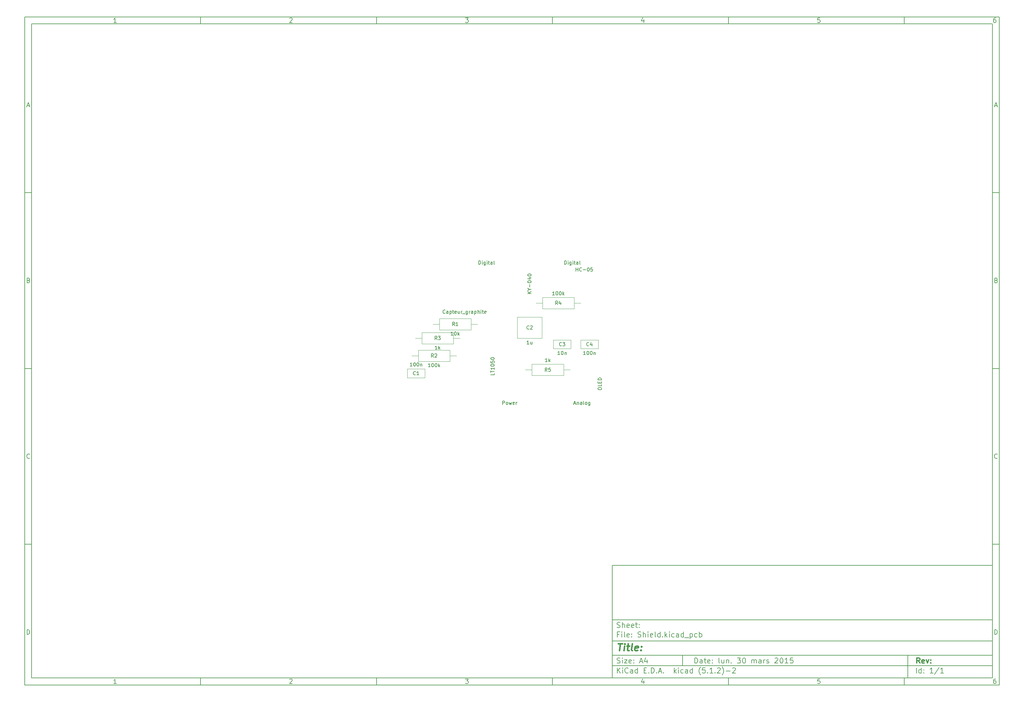
<source format=gbr>
G04 #@! TF.GenerationSoftware,KiCad,Pcbnew,(5.1.2)-2*
G04 #@! TF.CreationDate,2021-03-26T10:36:20+01:00*
G04 #@! TF.ProjectId,Shield,53686965-6c64-42e6-9b69-6361645f7063,rev?*
G04 #@! TF.SameCoordinates,Original*
G04 #@! TF.FileFunction,Other,Fab,Top*
%FSLAX46Y46*%
G04 Gerber Fmt 4.6, Leading zero omitted, Abs format (unit mm)*
G04 Created by KiCad (PCBNEW (5.1.2)-2) date 2021-03-26 10:36:20*
%MOMM*%
%LPD*%
G04 APERTURE LIST*
%ADD10C,0.100000*%
%ADD11C,0.150000*%
%ADD12C,0.300000*%
%ADD13C,0.400000*%
G04 APERTURE END LIST*
D10*
D11*
X177002200Y-166007200D02*
X177002200Y-198007200D01*
X285002200Y-198007200D01*
X285002200Y-166007200D01*
X177002200Y-166007200D01*
D10*
D11*
X10000000Y-10000000D02*
X10000000Y-200007200D01*
X287002200Y-200007200D01*
X287002200Y-10000000D01*
X10000000Y-10000000D01*
D10*
D11*
X12000000Y-12000000D02*
X12000000Y-198007200D01*
X285002200Y-198007200D01*
X285002200Y-12000000D01*
X12000000Y-12000000D01*
D10*
D11*
X60000000Y-12000000D02*
X60000000Y-10000000D01*
D10*
D11*
X110000000Y-12000000D02*
X110000000Y-10000000D01*
D10*
D11*
X160000000Y-12000000D02*
X160000000Y-10000000D01*
D10*
D11*
X210000000Y-12000000D02*
X210000000Y-10000000D01*
D10*
D11*
X260000000Y-12000000D02*
X260000000Y-10000000D01*
D10*
D11*
X36065476Y-11588095D02*
X35322619Y-11588095D01*
X35694047Y-11588095D02*
X35694047Y-10288095D01*
X35570238Y-10473809D01*
X35446428Y-10597619D01*
X35322619Y-10659523D01*
D10*
D11*
X85322619Y-10411904D02*
X85384523Y-10350000D01*
X85508333Y-10288095D01*
X85817857Y-10288095D01*
X85941666Y-10350000D01*
X86003571Y-10411904D01*
X86065476Y-10535714D01*
X86065476Y-10659523D01*
X86003571Y-10845238D01*
X85260714Y-11588095D01*
X86065476Y-11588095D01*
D10*
D11*
X135260714Y-10288095D02*
X136065476Y-10288095D01*
X135632142Y-10783333D01*
X135817857Y-10783333D01*
X135941666Y-10845238D01*
X136003571Y-10907142D01*
X136065476Y-11030952D01*
X136065476Y-11340476D01*
X136003571Y-11464285D01*
X135941666Y-11526190D01*
X135817857Y-11588095D01*
X135446428Y-11588095D01*
X135322619Y-11526190D01*
X135260714Y-11464285D01*
D10*
D11*
X185941666Y-10721428D02*
X185941666Y-11588095D01*
X185632142Y-10226190D02*
X185322619Y-11154761D01*
X186127380Y-11154761D01*
D10*
D11*
X236003571Y-10288095D02*
X235384523Y-10288095D01*
X235322619Y-10907142D01*
X235384523Y-10845238D01*
X235508333Y-10783333D01*
X235817857Y-10783333D01*
X235941666Y-10845238D01*
X236003571Y-10907142D01*
X236065476Y-11030952D01*
X236065476Y-11340476D01*
X236003571Y-11464285D01*
X235941666Y-11526190D01*
X235817857Y-11588095D01*
X235508333Y-11588095D01*
X235384523Y-11526190D01*
X235322619Y-11464285D01*
D10*
D11*
X285941666Y-10288095D02*
X285694047Y-10288095D01*
X285570238Y-10350000D01*
X285508333Y-10411904D01*
X285384523Y-10597619D01*
X285322619Y-10845238D01*
X285322619Y-11340476D01*
X285384523Y-11464285D01*
X285446428Y-11526190D01*
X285570238Y-11588095D01*
X285817857Y-11588095D01*
X285941666Y-11526190D01*
X286003571Y-11464285D01*
X286065476Y-11340476D01*
X286065476Y-11030952D01*
X286003571Y-10907142D01*
X285941666Y-10845238D01*
X285817857Y-10783333D01*
X285570238Y-10783333D01*
X285446428Y-10845238D01*
X285384523Y-10907142D01*
X285322619Y-11030952D01*
D10*
D11*
X60000000Y-198007200D02*
X60000000Y-200007200D01*
D10*
D11*
X110000000Y-198007200D02*
X110000000Y-200007200D01*
D10*
D11*
X160000000Y-198007200D02*
X160000000Y-200007200D01*
D10*
D11*
X210000000Y-198007200D02*
X210000000Y-200007200D01*
D10*
D11*
X260000000Y-198007200D02*
X260000000Y-200007200D01*
D10*
D11*
X36065476Y-199595295D02*
X35322619Y-199595295D01*
X35694047Y-199595295D02*
X35694047Y-198295295D01*
X35570238Y-198481009D01*
X35446428Y-198604819D01*
X35322619Y-198666723D01*
D10*
D11*
X85322619Y-198419104D02*
X85384523Y-198357200D01*
X85508333Y-198295295D01*
X85817857Y-198295295D01*
X85941666Y-198357200D01*
X86003571Y-198419104D01*
X86065476Y-198542914D01*
X86065476Y-198666723D01*
X86003571Y-198852438D01*
X85260714Y-199595295D01*
X86065476Y-199595295D01*
D10*
D11*
X135260714Y-198295295D02*
X136065476Y-198295295D01*
X135632142Y-198790533D01*
X135817857Y-198790533D01*
X135941666Y-198852438D01*
X136003571Y-198914342D01*
X136065476Y-199038152D01*
X136065476Y-199347676D01*
X136003571Y-199471485D01*
X135941666Y-199533390D01*
X135817857Y-199595295D01*
X135446428Y-199595295D01*
X135322619Y-199533390D01*
X135260714Y-199471485D01*
D10*
D11*
X185941666Y-198728628D02*
X185941666Y-199595295D01*
X185632142Y-198233390D02*
X185322619Y-199161961D01*
X186127380Y-199161961D01*
D10*
D11*
X236003571Y-198295295D02*
X235384523Y-198295295D01*
X235322619Y-198914342D01*
X235384523Y-198852438D01*
X235508333Y-198790533D01*
X235817857Y-198790533D01*
X235941666Y-198852438D01*
X236003571Y-198914342D01*
X236065476Y-199038152D01*
X236065476Y-199347676D01*
X236003571Y-199471485D01*
X235941666Y-199533390D01*
X235817857Y-199595295D01*
X235508333Y-199595295D01*
X235384523Y-199533390D01*
X235322619Y-199471485D01*
D10*
D11*
X285941666Y-198295295D02*
X285694047Y-198295295D01*
X285570238Y-198357200D01*
X285508333Y-198419104D01*
X285384523Y-198604819D01*
X285322619Y-198852438D01*
X285322619Y-199347676D01*
X285384523Y-199471485D01*
X285446428Y-199533390D01*
X285570238Y-199595295D01*
X285817857Y-199595295D01*
X285941666Y-199533390D01*
X286003571Y-199471485D01*
X286065476Y-199347676D01*
X286065476Y-199038152D01*
X286003571Y-198914342D01*
X285941666Y-198852438D01*
X285817857Y-198790533D01*
X285570238Y-198790533D01*
X285446428Y-198852438D01*
X285384523Y-198914342D01*
X285322619Y-199038152D01*
D10*
D11*
X10000000Y-60000000D02*
X12000000Y-60000000D01*
D10*
D11*
X10000000Y-110000000D02*
X12000000Y-110000000D01*
D10*
D11*
X10000000Y-160000000D02*
X12000000Y-160000000D01*
D10*
D11*
X10690476Y-35216666D02*
X11309523Y-35216666D01*
X10566666Y-35588095D02*
X11000000Y-34288095D01*
X11433333Y-35588095D01*
D10*
D11*
X11092857Y-84907142D02*
X11278571Y-84969047D01*
X11340476Y-85030952D01*
X11402380Y-85154761D01*
X11402380Y-85340476D01*
X11340476Y-85464285D01*
X11278571Y-85526190D01*
X11154761Y-85588095D01*
X10659523Y-85588095D01*
X10659523Y-84288095D01*
X11092857Y-84288095D01*
X11216666Y-84350000D01*
X11278571Y-84411904D01*
X11340476Y-84535714D01*
X11340476Y-84659523D01*
X11278571Y-84783333D01*
X11216666Y-84845238D01*
X11092857Y-84907142D01*
X10659523Y-84907142D01*
D10*
D11*
X11402380Y-135464285D02*
X11340476Y-135526190D01*
X11154761Y-135588095D01*
X11030952Y-135588095D01*
X10845238Y-135526190D01*
X10721428Y-135402380D01*
X10659523Y-135278571D01*
X10597619Y-135030952D01*
X10597619Y-134845238D01*
X10659523Y-134597619D01*
X10721428Y-134473809D01*
X10845238Y-134350000D01*
X11030952Y-134288095D01*
X11154761Y-134288095D01*
X11340476Y-134350000D01*
X11402380Y-134411904D01*
D10*
D11*
X10659523Y-185588095D02*
X10659523Y-184288095D01*
X10969047Y-184288095D01*
X11154761Y-184350000D01*
X11278571Y-184473809D01*
X11340476Y-184597619D01*
X11402380Y-184845238D01*
X11402380Y-185030952D01*
X11340476Y-185278571D01*
X11278571Y-185402380D01*
X11154761Y-185526190D01*
X10969047Y-185588095D01*
X10659523Y-185588095D01*
D10*
D11*
X287002200Y-60000000D02*
X285002200Y-60000000D01*
D10*
D11*
X287002200Y-110000000D02*
X285002200Y-110000000D01*
D10*
D11*
X287002200Y-160000000D02*
X285002200Y-160000000D01*
D10*
D11*
X285692676Y-35216666D02*
X286311723Y-35216666D01*
X285568866Y-35588095D02*
X286002200Y-34288095D01*
X286435533Y-35588095D01*
D10*
D11*
X286095057Y-84907142D02*
X286280771Y-84969047D01*
X286342676Y-85030952D01*
X286404580Y-85154761D01*
X286404580Y-85340476D01*
X286342676Y-85464285D01*
X286280771Y-85526190D01*
X286156961Y-85588095D01*
X285661723Y-85588095D01*
X285661723Y-84288095D01*
X286095057Y-84288095D01*
X286218866Y-84350000D01*
X286280771Y-84411904D01*
X286342676Y-84535714D01*
X286342676Y-84659523D01*
X286280771Y-84783333D01*
X286218866Y-84845238D01*
X286095057Y-84907142D01*
X285661723Y-84907142D01*
D10*
D11*
X286404580Y-135464285D02*
X286342676Y-135526190D01*
X286156961Y-135588095D01*
X286033152Y-135588095D01*
X285847438Y-135526190D01*
X285723628Y-135402380D01*
X285661723Y-135278571D01*
X285599819Y-135030952D01*
X285599819Y-134845238D01*
X285661723Y-134597619D01*
X285723628Y-134473809D01*
X285847438Y-134350000D01*
X286033152Y-134288095D01*
X286156961Y-134288095D01*
X286342676Y-134350000D01*
X286404580Y-134411904D01*
D10*
D11*
X285661723Y-185588095D02*
X285661723Y-184288095D01*
X285971247Y-184288095D01*
X286156961Y-184350000D01*
X286280771Y-184473809D01*
X286342676Y-184597619D01*
X286404580Y-184845238D01*
X286404580Y-185030952D01*
X286342676Y-185278571D01*
X286280771Y-185402380D01*
X286156961Y-185526190D01*
X285971247Y-185588095D01*
X285661723Y-185588095D01*
D10*
D11*
X200434342Y-193785771D02*
X200434342Y-192285771D01*
X200791485Y-192285771D01*
X201005771Y-192357200D01*
X201148628Y-192500057D01*
X201220057Y-192642914D01*
X201291485Y-192928628D01*
X201291485Y-193142914D01*
X201220057Y-193428628D01*
X201148628Y-193571485D01*
X201005771Y-193714342D01*
X200791485Y-193785771D01*
X200434342Y-193785771D01*
X202577200Y-193785771D02*
X202577200Y-193000057D01*
X202505771Y-192857200D01*
X202362914Y-192785771D01*
X202077200Y-192785771D01*
X201934342Y-192857200D01*
X202577200Y-193714342D02*
X202434342Y-193785771D01*
X202077200Y-193785771D01*
X201934342Y-193714342D01*
X201862914Y-193571485D01*
X201862914Y-193428628D01*
X201934342Y-193285771D01*
X202077200Y-193214342D01*
X202434342Y-193214342D01*
X202577200Y-193142914D01*
X203077200Y-192785771D02*
X203648628Y-192785771D01*
X203291485Y-192285771D02*
X203291485Y-193571485D01*
X203362914Y-193714342D01*
X203505771Y-193785771D01*
X203648628Y-193785771D01*
X204720057Y-193714342D02*
X204577200Y-193785771D01*
X204291485Y-193785771D01*
X204148628Y-193714342D01*
X204077200Y-193571485D01*
X204077200Y-193000057D01*
X204148628Y-192857200D01*
X204291485Y-192785771D01*
X204577200Y-192785771D01*
X204720057Y-192857200D01*
X204791485Y-193000057D01*
X204791485Y-193142914D01*
X204077200Y-193285771D01*
X205434342Y-193642914D02*
X205505771Y-193714342D01*
X205434342Y-193785771D01*
X205362914Y-193714342D01*
X205434342Y-193642914D01*
X205434342Y-193785771D01*
X205434342Y-192857200D02*
X205505771Y-192928628D01*
X205434342Y-193000057D01*
X205362914Y-192928628D01*
X205434342Y-192857200D01*
X205434342Y-193000057D01*
X207505771Y-193785771D02*
X207362914Y-193714342D01*
X207291485Y-193571485D01*
X207291485Y-192285771D01*
X208720057Y-192785771D02*
X208720057Y-193785771D01*
X208077200Y-192785771D02*
X208077200Y-193571485D01*
X208148628Y-193714342D01*
X208291485Y-193785771D01*
X208505771Y-193785771D01*
X208648628Y-193714342D01*
X208720057Y-193642914D01*
X209434342Y-192785771D02*
X209434342Y-193785771D01*
X209434342Y-192928628D02*
X209505771Y-192857200D01*
X209648628Y-192785771D01*
X209862914Y-192785771D01*
X210005771Y-192857200D01*
X210077200Y-193000057D01*
X210077200Y-193785771D01*
X210791485Y-193642914D02*
X210862914Y-193714342D01*
X210791485Y-193785771D01*
X210720057Y-193714342D01*
X210791485Y-193642914D01*
X210791485Y-193785771D01*
X212505771Y-192285771D02*
X213434342Y-192285771D01*
X212934342Y-192857200D01*
X213148628Y-192857200D01*
X213291485Y-192928628D01*
X213362914Y-193000057D01*
X213434342Y-193142914D01*
X213434342Y-193500057D01*
X213362914Y-193642914D01*
X213291485Y-193714342D01*
X213148628Y-193785771D01*
X212720057Y-193785771D01*
X212577200Y-193714342D01*
X212505771Y-193642914D01*
X214362914Y-192285771D02*
X214505771Y-192285771D01*
X214648628Y-192357200D01*
X214720057Y-192428628D01*
X214791485Y-192571485D01*
X214862914Y-192857200D01*
X214862914Y-193214342D01*
X214791485Y-193500057D01*
X214720057Y-193642914D01*
X214648628Y-193714342D01*
X214505771Y-193785771D01*
X214362914Y-193785771D01*
X214220057Y-193714342D01*
X214148628Y-193642914D01*
X214077200Y-193500057D01*
X214005771Y-193214342D01*
X214005771Y-192857200D01*
X214077200Y-192571485D01*
X214148628Y-192428628D01*
X214220057Y-192357200D01*
X214362914Y-192285771D01*
X216648628Y-193785771D02*
X216648628Y-192785771D01*
X216648628Y-192928628D02*
X216720057Y-192857200D01*
X216862914Y-192785771D01*
X217077200Y-192785771D01*
X217220057Y-192857200D01*
X217291485Y-193000057D01*
X217291485Y-193785771D01*
X217291485Y-193000057D02*
X217362914Y-192857200D01*
X217505771Y-192785771D01*
X217720057Y-192785771D01*
X217862914Y-192857200D01*
X217934342Y-193000057D01*
X217934342Y-193785771D01*
X219291485Y-193785771D02*
X219291485Y-193000057D01*
X219220057Y-192857200D01*
X219077200Y-192785771D01*
X218791485Y-192785771D01*
X218648628Y-192857200D01*
X219291485Y-193714342D02*
X219148628Y-193785771D01*
X218791485Y-193785771D01*
X218648628Y-193714342D01*
X218577200Y-193571485D01*
X218577200Y-193428628D01*
X218648628Y-193285771D01*
X218791485Y-193214342D01*
X219148628Y-193214342D01*
X219291485Y-193142914D01*
X220005771Y-193785771D02*
X220005771Y-192785771D01*
X220005771Y-193071485D02*
X220077200Y-192928628D01*
X220148628Y-192857200D01*
X220291485Y-192785771D01*
X220434342Y-192785771D01*
X220862914Y-193714342D02*
X221005771Y-193785771D01*
X221291485Y-193785771D01*
X221434342Y-193714342D01*
X221505771Y-193571485D01*
X221505771Y-193500057D01*
X221434342Y-193357200D01*
X221291485Y-193285771D01*
X221077200Y-193285771D01*
X220934342Y-193214342D01*
X220862914Y-193071485D01*
X220862914Y-193000057D01*
X220934342Y-192857200D01*
X221077200Y-192785771D01*
X221291485Y-192785771D01*
X221434342Y-192857200D01*
X223220057Y-192428628D02*
X223291485Y-192357200D01*
X223434342Y-192285771D01*
X223791485Y-192285771D01*
X223934342Y-192357200D01*
X224005771Y-192428628D01*
X224077200Y-192571485D01*
X224077200Y-192714342D01*
X224005771Y-192928628D01*
X223148628Y-193785771D01*
X224077200Y-193785771D01*
X225005771Y-192285771D02*
X225148628Y-192285771D01*
X225291485Y-192357200D01*
X225362914Y-192428628D01*
X225434342Y-192571485D01*
X225505771Y-192857200D01*
X225505771Y-193214342D01*
X225434342Y-193500057D01*
X225362914Y-193642914D01*
X225291485Y-193714342D01*
X225148628Y-193785771D01*
X225005771Y-193785771D01*
X224862914Y-193714342D01*
X224791485Y-193642914D01*
X224720057Y-193500057D01*
X224648628Y-193214342D01*
X224648628Y-192857200D01*
X224720057Y-192571485D01*
X224791485Y-192428628D01*
X224862914Y-192357200D01*
X225005771Y-192285771D01*
X226934342Y-193785771D02*
X226077200Y-193785771D01*
X226505771Y-193785771D02*
X226505771Y-192285771D01*
X226362914Y-192500057D01*
X226220057Y-192642914D01*
X226077200Y-192714342D01*
X228291485Y-192285771D02*
X227577200Y-192285771D01*
X227505771Y-193000057D01*
X227577200Y-192928628D01*
X227720057Y-192857200D01*
X228077200Y-192857200D01*
X228220057Y-192928628D01*
X228291485Y-193000057D01*
X228362914Y-193142914D01*
X228362914Y-193500057D01*
X228291485Y-193642914D01*
X228220057Y-193714342D01*
X228077200Y-193785771D01*
X227720057Y-193785771D01*
X227577200Y-193714342D01*
X227505771Y-193642914D01*
D10*
D11*
X177002200Y-194507200D02*
X285002200Y-194507200D01*
D10*
D11*
X178434342Y-196585771D02*
X178434342Y-195085771D01*
X179291485Y-196585771D02*
X178648628Y-195728628D01*
X179291485Y-195085771D02*
X178434342Y-195942914D01*
X179934342Y-196585771D02*
X179934342Y-195585771D01*
X179934342Y-195085771D02*
X179862914Y-195157200D01*
X179934342Y-195228628D01*
X180005771Y-195157200D01*
X179934342Y-195085771D01*
X179934342Y-195228628D01*
X181505771Y-196442914D02*
X181434342Y-196514342D01*
X181220057Y-196585771D01*
X181077200Y-196585771D01*
X180862914Y-196514342D01*
X180720057Y-196371485D01*
X180648628Y-196228628D01*
X180577200Y-195942914D01*
X180577200Y-195728628D01*
X180648628Y-195442914D01*
X180720057Y-195300057D01*
X180862914Y-195157200D01*
X181077200Y-195085771D01*
X181220057Y-195085771D01*
X181434342Y-195157200D01*
X181505771Y-195228628D01*
X182791485Y-196585771D02*
X182791485Y-195800057D01*
X182720057Y-195657200D01*
X182577200Y-195585771D01*
X182291485Y-195585771D01*
X182148628Y-195657200D01*
X182791485Y-196514342D02*
X182648628Y-196585771D01*
X182291485Y-196585771D01*
X182148628Y-196514342D01*
X182077200Y-196371485D01*
X182077200Y-196228628D01*
X182148628Y-196085771D01*
X182291485Y-196014342D01*
X182648628Y-196014342D01*
X182791485Y-195942914D01*
X184148628Y-196585771D02*
X184148628Y-195085771D01*
X184148628Y-196514342D02*
X184005771Y-196585771D01*
X183720057Y-196585771D01*
X183577200Y-196514342D01*
X183505771Y-196442914D01*
X183434342Y-196300057D01*
X183434342Y-195871485D01*
X183505771Y-195728628D01*
X183577200Y-195657200D01*
X183720057Y-195585771D01*
X184005771Y-195585771D01*
X184148628Y-195657200D01*
X186005771Y-195800057D02*
X186505771Y-195800057D01*
X186720057Y-196585771D02*
X186005771Y-196585771D01*
X186005771Y-195085771D01*
X186720057Y-195085771D01*
X187362914Y-196442914D02*
X187434342Y-196514342D01*
X187362914Y-196585771D01*
X187291485Y-196514342D01*
X187362914Y-196442914D01*
X187362914Y-196585771D01*
X188077200Y-196585771D02*
X188077200Y-195085771D01*
X188434342Y-195085771D01*
X188648628Y-195157200D01*
X188791485Y-195300057D01*
X188862914Y-195442914D01*
X188934342Y-195728628D01*
X188934342Y-195942914D01*
X188862914Y-196228628D01*
X188791485Y-196371485D01*
X188648628Y-196514342D01*
X188434342Y-196585771D01*
X188077200Y-196585771D01*
X189577200Y-196442914D02*
X189648628Y-196514342D01*
X189577200Y-196585771D01*
X189505771Y-196514342D01*
X189577200Y-196442914D01*
X189577200Y-196585771D01*
X190220057Y-196157200D02*
X190934342Y-196157200D01*
X190077200Y-196585771D02*
X190577200Y-195085771D01*
X191077200Y-196585771D01*
X191577200Y-196442914D02*
X191648628Y-196514342D01*
X191577200Y-196585771D01*
X191505771Y-196514342D01*
X191577200Y-196442914D01*
X191577200Y-196585771D01*
X194577200Y-196585771D02*
X194577200Y-195085771D01*
X194720057Y-196014342D02*
X195148628Y-196585771D01*
X195148628Y-195585771D02*
X194577200Y-196157200D01*
X195791485Y-196585771D02*
X195791485Y-195585771D01*
X195791485Y-195085771D02*
X195720057Y-195157200D01*
X195791485Y-195228628D01*
X195862914Y-195157200D01*
X195791485Y-195085771D01*
X195791485Y-195228628D01*
X197148628Y-196514342D02*
X197005771Y-196585771D01*
X196720057Y-196585771D01*
X196577200Y-196514342D01*
X196505771Y-196442914D01*
X196434342Y-196300057D01*
X196434342Y-195871485D01*
X196505771Y-195728628D01*
X196577200Y-195657200D01*
X196720057Y-195585771D01*
X197005771Y-195585771D01*
X197148628Y-195657200D01*
X198434342Y-196585771D02*
X198434342Y-195800057D01*
X198362914Y-195657200D01*
X198220057Y-195585771D01*
X197934342Y-195585771D01*
X197791485Y-195657200D01*
X198434342Y-196514342D02*
X198291485Y-196585771D01*
X197934342Y-196585771D01*
X197791485Y-196514342D01*
X197720057Y-196371485D01*
X197720057Y-196228628D01*
X197791485Y-196085771D01*
X197934342Y-196014342D01*
X198291485Y-196014342D01*
X198434342Y-195942914D01*
X199791485Y-196585771D02*
X199791485Y-195085771D01*
X199791485Y-196514342D02*
X199648628Y-196585771D01*
X199362914Y-196585771D01*
X199220057Y-196514342D01*
X199148628Y-196442914D01*
X199077200Y-196300057D01*
X199077200Y-195871485D01*
X199148628Y-195728628D01*
X199220057Y-195657200D01*
X199362914Y-195585771D01*
X199648628Y-195585771D01*
X199791485Y-195657200D01*
X202077200Y-197157200D02*
X202005771Y-197085771D01*
X201862914Y-196871485D01*
X201791485Y-196728628D01*
X201720057Y-196514342D01*
X201648628Y-196157200D01*
X201648628Y-195871485D01*
X201720057Y-195514342D01*
X201791485Y-195300057D01*
X201862914Y-195157200D01*
X202005771Y-194942914D01*
X202077200Y-194871485D01*
X203362914Y-195085771D02*
X202648628Y-195085771D01*
X202577200Y-195800057D01*
X202648628Y-195728628D01*
X202791485Y-195657200D01*
X203148628Y-195657200D01*
X203291485Y-195728628D01*
X203362914Y-195800057D01*
X203434342Y-195942914D01*
X203434342Y-196300057D01*
X203362914Y-196442914D01*
X203291485Y-196514342D01*
X203148628Y-196585771D01*
X202791485Y-196585771D01*
X202648628Y-196514342D01*
X202577200Y-196442914D01*
X204077200Y-196442914D02*
X204148628Y-196514342D01*
X204077200Y-196585771D01*
X204005771Y-196514342D01*
X204077200Y-196442914D01*
X204077200Y-196585771D01*
X205577200Y-196585771D02*
X204720057Y-196585771D01*
X205148628Y-196585771D02*
X205148628Y-195085771D01*
X205005771Y-195300057D01*
X204862914Y-195442914D01*
X204720057Y-195514342D01*
X206220057Y-196442914D02*
X206291485Y-196514342D01*
X206220057Y-196585771D01*
X206148628Y-196514342D01*
X206220057Y-196442914D01*
X206220057Y-196585771D01*
X206862914Y-195228628D02*
X206934342Y-195157200D01*
X207077200Y-195085771D01*
X207434342Y-195085771D01*
X207577200Y-195157200D01*
X207648628Y-195228628D01*
X207720057Y-195371485D01*
X207720057Y-195514342D01*
X207648628Y-195728628D01*
X206791485Y-196585771D01*
X207720057Y-196585771D01*
X208220057Y-197157200D02*
X208291485Y-197085771D01*
X208434342Y-196871485D01*
X208505771Y-196728628D01*
X208577200Y-196514342D01*
X208648628Y-196157200D01*
X208648628Y-195871485D01*
X208577200Y-195514342D01*
X208505771Y-195300057D01*
X208434342Y-195157200D01*
X208291485Y-194942914D01*
X208220057Y-194871485D01*
X209362914Y-196014342D02*
X210505771Y-196014342D01*
X211148628Y-195228628D02*
X211220057Y-195157200D01*
X211362914Y-195085771D01*
X211720057Y-195085771D01*
X211862914Y-195157200D01*
X211934342Y-195228628D01*
X212005771Y-195371485D01*
X212005771Y-195514342D01*
X211934342Y-195728628D01*
X211077200Y-196585771D01*
X212005771Y-196585771D01*
D10*
D11*
X177002200Y-191507200D02*
X285002200Y-191507200D01*
D10*
D12*
X264411485Y-193785771D02*
X263911485Y-193071485D01*
X263554342Y-193785771D02*
X263554342Y-192285771D01*
X264125771Y-192285771D01*
X264268628Y-192357200D01*
X264340057Y-192428628D01*
X264411485Y-192571485D01*
X264411485Y-192785771D01*
X264340057Y-192928628D01*
X264268628Y-193000057D01*
X264125771Y-193071485D01*
X263554342Y-193071485D01*
X265625771Y-193714342D02*
X265482914Y-193785771D01*
X265197200Y-193785771D01*
X265054342Y-193714342D01*
X264982914Y-193571485D01*
X264982914Y-193000057D01*
X265054342Y-192857200D01*
X265197200Y-192785771D01*
X265482914Y-192785771D01*
X265625771Y-192857200D01*
X265697200Y-193000057D01*
X265697200Y-193142914D01*
X264982914Y-193285771D01*
X266197200Y-192785771D02*
X266554342Y-193785771D01*
X266911485Y-192785771D01*
X267482914Y-193642914D02*
X267554342Y-193714342D01*
X267482914Y-193785771D01*
X267411485Y-193714342D01*
X267482914Y-193642914D01*
X267482914Y-193785771D01*
X267482914Y-192857200D02*
X267554342Y-192928628D01*
X267482914Y-193000057D01*
X267411485Y-192928628D01*
X267482914Y-192857200D01*
X267482914Y-193000057D01*
D10*
D11*
X178362914Y-193714342D02*
X178577200Y-193785771D01*
X178934342Y-193785771D01*
X179077200Y-193714342D01*
X179148628Y-193642914D01*
X179220057Y-193500057D01*
X179220057Y-193357200D01*
X179148628Y-193214342D01*
X179077200Y-193142914D01*
X178934342Y-193071485D01*
X178648628Y-193000057D01*
X178505771Y-192928628D01*
X178434342Y-192857200D01*
X178362914Y-192714342D01*
X178362914Y-192571485D01*
X178434342Y-192428628D01*
X178505771Y-192357200D01*
X178648628Y-192285771D01*
X179005771Y-192285771D01*
X179220057Y-192357200D01*
X179862914Y-193785771D02*
X179862914Y-192785771D01*
X179862914Y-192285771D02*
X179791485Y-192357200D01*
X179862914Y-192428628D01*
X179934342Y-192357200D01*
X179862914Y-192285771D01*
X179862914Y-192428628D01*
X180434342Y-192785771D02*
X181220057Y-192785771D01*
X180434342Y-193785771D01*
X181220057Y-193785771D01*
X182362914Y-193714342D02*
X182220057Y-193785771D01*
X181934342Y-193785771D01*
X181791485Y-193714342D01*
X181720057Y-193571485D01*
X181720057Y-193000057D01*
X181791485Y-192857200D01*
X181934342Y-192785771D01*
X182220057Y-192785771D01*
X182362914Y-192857200D01*
X182434342Y-193000057D01*
X182434342Y-193142914D01*
X181720057Y-193285771D01*
X183077200Y-193642914D02*
X183148628Y-193714342D01*
X183077200Y-193785771D01*
X183005771Y-193714342D01*
X183077200Y-193642914D01*
X183077200Y-193785771D01*
X183077200Y-192857200D02*
X183148628Y-192928628D01*
X183077200Y-193000057D01*
X183005771Y-192928628D01*
X183077200Y-192857200D01*
X183077200Y-193000057D01*
X184862914Y-193357200D02*
X185577200Y-193357200D01*
X184720057Y-193785771D02*
X185220057Y-192285771D01*
X185720057Y-193785771D01*
X186862914Y-192785771D02*
X186862914Y-193785771D01*
X186505771Y-192214342D02*
X186148628Y-193285771D01*
X187077200Y-193285771D01*
D10*
D11*
X263434342Y-196585771D02*
X263434342Y-195085771D01*
X264791485Y-196585771D02*
X264791485Y-195085771D01*
X264791485Y-196514342D02*
X264648628Y-196585771D01*
X264362914Y-196585771D01*
X264220057Y-196514342D01*
X264148628Y-196442914D01*
X264077200Y-196300057D01*
X264077200Y-195871485D01*
X264148628Y-195728628D01*
X264220057Y-195657200D01*
X264362914Y-195585771D01*
X264648628Y-195585771D01*
X264791485Y-195657200D01*
X265505771Y-196442914D02*
X265577200Y-196514342D01*
X265505771Y-196585771D01*
X265434342Y-196514342D01*
X265505771Y-196442914D01*
X265505771Y-196585771D01*
X265505771Y-195657200D02*
X265577200Y-195728628D01*
X265505771Y-195800057D01*
X265434342Y-195728628D01*
X265505771Y-195657200D01*
X265505771Y-195800057D01*
X268148628Y-196585771D02*
X267291485Y-196585771D01*
X267720057Y-196585771D02*
X267720057Y-195085771D01*
X267577200Y-195300057D01*
X267434342Y-195442914D01*
X267291485Y-195514342D01*
X269862914Y-195014342D02*
X268577200Y-196942914D01*
X271148628Y-196585771D02*
X270291485Y-196585771D01*
X270720057Y-196585771D02*
X270720057Y-195085771D01*
X270577200Y-195300057D01*
X270434342Y-195442914D01*
X270291485Y-195514342D01*
D10*
D11*
X177002200Y-187507200D02*
X285002200Y-187507200D01*
D10*
D13*
X178714580Y-188211961D02*
X179857438Y-188211961D01*
X179036009Y-190211961D02*
X179286009Y-188211961D01*
X180274104Y-190211961D02*
X180440771Y-188878628D01*
X180524104Y-188211961D02*
X180416961Y-188307200D01*
X180500295Y-188402438D01*
X180607438Y-188307200D01*
X180524104Y-188211961D01*
X180500295Y-188402438D01*
X181107438Y-188878628D02*
X181869342Y-188878628D01*
X181476485Y-188211961D02*
X181262200Y-189926247D01*
X181333628Y-190116723D01*
X181512200Y-190211961D01*
X181702676Y-190211961D01*
X182655057Y-190211961D02*
X182476485Y-190116723D01*
X182405057Y-189926247D01*
X182619342Y-188211961D01*
X184190771Y-190116723D02*
X183988390Y-190211961D01*
X183607438Y-190211961D01*
X183428866Y-190116723D01*
X183357438Y-189926247D01*
X183452676Y-189164342D01*
X183571723Y-188973866D01*
X183774104Y-188878628D01*
X184155057Y-188878628D01*
X184333628Y-188973866D01*
X184405057Y-189164342D01*
X184381247Y-189354819D01*
X183405057Y-189545295D01*
X185155057Y-190021485D02*
X185238390Y-190116723D01*
X185131247Y-190211961D01*
X185047914Y-190116723D01*
X185155057Y-190021485D01*
X185131247Y-190211961D01*
X185286009Y-188973866D02*
X185369342Y-189069104D01*
X185262200Y-189164342D01*
X185178866Y-189069104D01*
X185286009Y-188973866D01*
X185262200Y-189164342D01*
D10*
D11*
X178934342Y-185600057D02*
X178434342Y-185600057D01*
X178434342Y-186385771D02*
X178434342Y-184885771D01*
X179148628Y-184885771D01*
X179720057Y-186385771D02*
X179720057Y-185385771D01*
X179720057Y-184885771D02*
X179648628Y-184957200D01*
X179720057Y-185028628D01*
X179791485Y-184957200D01*
X179720057Y-184885771D01*
X179720057Y-185028628D01*
X180648628Y-186385771D02*
X180505771Y-186314342D01*
X180434342Y-186171485D01*
X180434342Y-184885771D01*
X181791485Y-186314342D02*
X181648628Y-186385771D01*
X181362914Y-186385771D01*
X181220057Y-186314342D01*
X181148628Y-186171485D01*
X181148628Y-185600057D01*
X181220057Y-185457200D01*
X181362914Y-185385771D01*
X181648628Y-185385771D01*
X181791485Y-185457200D01*
X181862914Y-185600057D01*
X181862914Y-185742914D01*
X181148628Y-185885771D01*
X182505771Y-186242914D02*
X182577200Y-186314342D01*
X182505771Y-186385771D01*
X182434342Y-186314342D01*
X182505771Y-186242914D01*
X182505771Y-186385771D01*
X182505771Y-185457200D02*
X182577200Y-185528628D01*
X182505771Y-185600057D01*
X182434342Y-185528628D01*
X182505771Y-185457200D01*
X182505771Y-185600057D01*
X184291485Y-186314342D02*
X184505771Y-186385771D01*
X184862914Y-186385771D01*
X185005771Y-186314342D01*
X185077200Y-186242914D01*
X185148628Y-186100057D01*
X185148628Y-185957200D01*
X185077200Y-185814342D01*
X185005771Y-185742914D01*
X184862914Y-185671485D01*
X184577200Y-185600057D01*
X184434342Y-185528628D01*
X184362914Y-185457200D01*
X184291485Y-185314342D01*
X184291485Y-185171485D01*
X184362914Y-185028628D01*
X184434342Y-184957200D01*
X184577200Y-184885771D01*
X184934342Y-184885771D01*
X185148628Y-184957200D01*
X185791485Y-186385771D02*
X185791485Y-184885771D01*
X186434342Y-186385771D02*
X186434342Y-185600057D01*
X186362914Y-185457200D01*
X186220057Y-185385771D01*
X186005771Y-185385771D01*
X185862914Y-185457200D01*
X185791485Y-185528628D01*
X187148628Y-186385771D02*
X187148628Y-185385771D01*
X187148628Y-184885771D02*
X187077200Y-184957200D01*
X187148628Y-185028628D01*
X187220057Y-184957200D01*
X187148628Y-184885771D01*
X187148628Y-185028628D01*
X188434342Y-186314342D02*
X188291485Y-186385771D01*
X188005771Y-186385771D01*
X187862914Y-186314342D01*
X187791485Y-186171485D01*
X187791485Y-185600057D01*
X187862914Y-185457200D01*
X188005771Y-185385771D01*
X188291485Y-185385771D01*
X188434342Y-185457200D01*
X188505771Y-185600057D01*
X188505771Y-185742914D01*
X187791485Y-185885771D01*
X189362914Y-186385771D02*
X189220057Y-186314342D01*
X189148628Y-186171485D01*
X189148628Y-184885771D01*
X190577200Y-186385771D02*
X190577200Y-184885771D01*
X190577200Y-186314342D02*
X190434342Y-186385771D01*
X190148628Y-186385771D01*
X190005771Y-186314342D01*
X189934342Y-186242914D01*
X189862914Y-186100057D01*
X189862914Y-185671485D01*
X189934342Y-185528628D01*
X190005771Y-185457200D01*
X190148628Y-185385771D01*
X190434342Y-185385771D01*
X190577200Y-185457200D01*
X191291485Y-186242914D02*
X191362914Y-186314342D01*
X191291485Y-186385771D01*
X191220057Y-186314342D01*
X191291485Y-186242914D01*
X191291485Y-186385771D01*
X192005771Y-186385771D02*
X192005771Y-184885771D01*
X192148628Y-185814342D02*
X192577200Y-186385771D01*
X192577200Y-185385771D02*
X192005771Y-185957200D01*
X193220057Y-186385771D02*
X193220057Y-185385771D01*
X193220057Y-184885771D02*
X193148628Y-184957200D01*
X193220057Y-185028628D01*
X193291485Y-184957200D01*
X193220057Y-184885771D01*
X193220057Y-185028628D01*
X194577200Y-186314342D02*
X194434342Y-186385771D01*
X194148628Y-186385771D01*
X194005771Y-186314342D01*
X193934342Y-186242914D01*
X193862914Y-186100057D01*
X193862914Y-185671485D01*
X193934342Y-185528628D01*
X194005771Y-185457200D01*
X194148628Y-185385771D01*
X194434342Y-185385771D01*
X194577200Y-185457200D01*
X195862914Y-186385771D02*
X195862914Y-185600057D01*
X195791485Y-185457200D01*
X195648628Y-185385771D01*
X195362914Y-185385771D01*
X195220057Y-185457200D01*
X195862914Y-186314342D02*
X195720057Y-186385771D01*
X195362914Y-186385771D01*
X195220057Y-186314342D01*
X195148628Y-186171485D01*
X195148628Y-186028628D01*
X195220057Y-185885771D01*
X195362914Y-185814342D01*
X195720057Y-185814342D01*
X195862914Y-185742914D01*
X197220057Y-186385771D02*
X197220057Y-184885771D01*
X197220057Y-186314342D02*
X197077200Y-186385771D01*
X196791485Y-186385771D01*
X196648628Y-186314342D01*
X196577200Y-186242914D01*
X196505771Y-186100057D01*
X196505771Y-185671485D01*
X196577200Y-185528628D01*
X196648628Y-185457200D01*
X196791485Y-185385771D01*
X197077200Y-185385771D01*
X197220057Y-185457200D01*
X197577200Y-186528628D02*
X198720057Y-186528628D01*
X199077200Y-185385771D02*
X199077200Y-186885771D01*
X199077200Y-185457200D02*
X199220057Y-185385771D01*
X199505771Y-185385771D01*
X199648628Y-185457200D01*
X199720057Y-185528628D01*
X199791485Y-185671485D01*
X199791485Y-186100057D01*
X199720057Y-186242914D01*
X199648628Y-186314342D01*
X199505771Y-186385771D01*
X199220057Y-186385771D01*
X199077200Y-186314342D01*
X201077200Y-186314342D02*
X200934342Y-186385771D01*
X200648628Y-186385771D01*
X200505771Y-186314342D01*
X200434342Y-186242914D01*
X200362914Y-186100057D01*
X200362914Y-185671485D01*
X200434342Y-185528628D01*
X200505771Y-185457200D01*
X200648628Y-185385771D01*
X200934342Y-185385771D01*
X201077200Y-185457200D01*
X201720057Y-186385771D02*
X201720057Y-184885771D01*
X201720057Y-185457200D02*
X201862914Y-185385771D01*
X202148628Y-185385771D01*
X202291485Y-185457200D01*
X202362914Y-185528628D01*
X202434342Y-185671485D01*
X202434342Y-186100057D01*
X202362914Y-186242914D01*
X202291485Y-186314342D01*
X202148628Y-186385771D01*
X201862914Y-186385771D01*
X201720057Y-186314342D01*
D10*
D11*
X177002200Y-181507200D02*
X285002200Y-181507200D01*
D10*
D11*
X178362914Y-183614342D02*
X178577200Y-183685771D01*
X178934342Y-183685771D01*
X179077200Y-183614342D01*
X179148628Y-183542914D01*
X179220057Y-183400057D01*
X179220057Y-183257200D01*
X179148628Y-183114342D01*
X179077200Y-183042914D01*
X178934342Y-182971485D01*
X178648628Y-182900057D01*
X178505771Y-182828628D01*
X178434342Y-182757200D01*
X178362914Y-182614342D01*
X178362914Y-182471485D01*
X178434342Y-182328628D01*
X178505771Y-182257200D01*
X178648628Y-182185771D01*
X179005771Y-182185771D01*
X179220057Y-182257200D01*
X179862914Y-183685771D02*
X179862914Y-182185771D01*
X180505771Y-183685771D02*
X180505771Y-182900057D01*
X180434342Y-182757200D01*
X180291485Y-182685771D01*
X180077200Y-182685771D01*
X179934342Y-182757200D01*
X179862914Y-182828628D01*
X181791485Y-183614342D02*
X181648628Y-183685771D01*
X181362914Y-183685771D01*
X181220057Y-183614342D01*
X181148628Y-183471485D01*
X181148628Y-182900057D01*
X181220057Y-182757200D01*
X181362914Y-182685771D01*
X181648628Y-182685771D01*
X181791485Y-182757200D01*
X181862914Y-182900057D01*
X181862914Y-183042914D01*
X181148628Y-183185771D01*
X183077200Y-183614342D02*
X182934342Y-183685771D01*
X182648628Y-183685771D01*
X182505771Y-183614342D01*
X182434342Y-183471485D01*
X182434342Y-182900057D01*
X182505771Y-182757200D01*
X182648628Y-182685771D01*
X182934342Y-182685771D01*
X183077200Y-182757200D01*
X183148628Y-182900057D01*
X183148628Y-183042914D01*
X182434342Y-183185771D01*
X183577200Y-182685771D02*
X184148628Y-182685771D01*
X183791485Y-182185771D02*
X183791485Y-183471485D01*
X183862914Y-183614342D01*
X184005771Y-183685771D01*
X184148628Y-183685771D01*
X184648628Y-183542914D02*
X184720057Y-183614342D01*
X184648628Y-183685771D01*
X184577200Y-183614342D01*
X184648628Y-183542914D01*
X184648628Y-183685771D01*
X184648628Y-182757200D02*
X184720057Y-182828628D01*
X184648628Y-182900057D01*
X184577200Y-182828628D01*
X184648628Y-182757200D01*
X184648628Y-182900057D01*
D10*
D11*
X197002200Y-191507200D02*
X197002200Y-194507200D01*
D10*
D11*
X261002200Y-191507200D02*
X261002200Y-198007200D01*
D10*
X172998000Y-101865000D02*
X167998000Y-101865000D01*
X172998000Y-104365000D02*
X172998000Y-101865000D01*
X167998000Y-104365000D02*
X172998000Y-104365000D01*
X167998000Y-101865000D02*
X167998000Y-104365000D01*
X152298000Y-110365000D02*
X154148000Y-110365000D01*
X164998000Y-110365000D02*
X163148000Y-110365000D01*
X154148000Y-111965000D02*
X163148000Y-111965000D01*
X154148000Y-108765000D02*
X154148000Y-111965000D01*
X163148000Y-108765000D02*
X154148000Y-108765000D01*
X163148000Y-111965000D02*
X163148000Y-108765000D01*
X155298000Y-91365000D02*
X157148000Y-91365000D01*
X167998000Y-91365000D02*
X166148000Y-91365000D01*
X157148000Y-92965000D02*
X166148000Y-92965000D01*
X157148000Y-89765000D02*
X157148000Y-92965000D01*
X166148000Y-89765000D02*
X157148000Y-89765000D01*
X166148000Y-92965000D02*
X166148000Y-89765000D01*
X133698000Y-101365000D02*
X131848000Y-101365000D01*
X120998000Y-101365000D02*
X122848000Y-101365000D01*
X131848000Y-99765000D02*
X122848000Y-99765000D01*
X131848000Y-102965000D02*
X131848000Y-99765000D01*
X122848000Y-102965000D02*
X131848000Y-102965000D01*
X122848000Y-99765000D02*
X122848000Y-102965000D01*
X132698000Y-106365000D02*
X130848000Y-106365000D01*
X119998000Y-106365000D02*
X121848000Y-106365000D01*
X130848000Y-104765000D02*
X121848000Y-104765000D01*
X130848000Y-107965000D02*
X130848000Y-104765000D01*
X121848000Y-107965000D02*
X130848000Y-107965000D01*
X121848000Y-104765000D02*
X121848000Y-107965000D01*
X138698000Y-97365000D02*
X136848000Y-97365000D01*
X125998000Y-97365000D02*
X127848000Y-97365000D01*
X136848000Y-95765000D02*
X127848000Y-95765000D01*
X136848000Y-98965000D02*
X136848000Y-95765000D01*
X127848000Y-98965000D02*
X136848000Y-98965000D01*
X127848000Y-95765000D02*
X127848000Y-98965000D01*
X165248000Y-101865000D02*
X160248000Y-101865000D01*
X165248000Y-104365000D02*
X165248000Y-101865000D01*
X160248000Y-104365000D02*
X165248000Y-104365000D01*
X160248000Y-101865000D02*
X160248000Y-104365000D01*
X156998000Y-95365000D02*
X149998000Y-95365000D01*
X156998000Y-101365000D02*
X156998000Y-95365000D01*
X149998000Y-101365000D02*
X156998000Y-101365000D01*
X149998000Y-95365000D02*
X149998000Y-101365000D01*
X118748000Y-112615000D02*
X123748000Y-112615000D01*
X118748000Y-110115000D02*
X118748000Y-112615000D01*
X123748000Y-110115000D02*
X118748000Y-110115000D01*
X123748000Y-112615000D02*
X123748000Y-110115000D01*
D11*
X169378952Y-106067380D02*
X168807523Y-106067380D01*
X169093238Y-106067380D02*
X169093238Y-105067380D01*
X168998000Y-105210238D01*
X168902761Y-105305476D01*
X168807523Y-105353095D01*
X169998000Y-105067380D02*
X170093238Y-105067380D01*
X170188476Y-105115000D01*
X170236095Y-105162619D01*
X170283714Y-105257857D01*
X170331333Y-105448333D01*
X170331333Y-105686428D01*
X170283714Y-105876904D01*
X170236095Y-105972142D01*
X170188476Y-106019761D01*
X170093238Y-106067380D01*
X169998000Y-106067380D01*
X169902761Y-106019761D01*
X169855142Y-105972142D01*
X169807523Y-105876904D01*
X169759904Y-105686428D01*
X169759904Y-105448333D01*
X169807523Y-105257857D01*
X169855142Y-105162619D01*
X169902761Y-105115000D01*
X169998000Y-105067380D01*
X170950380Y-105067380D02*
X171045619Y-105067380D01*
X171140857Y-105115000D01*
X171188476Y-105162619D01*
X171236095Y-105257857D01*
X171283714Y-105448333D01*
X171283714Y-105686428D01*
X171236095Y-105876904D01*
X171188476Y-105972142D01*
X171140857Y-106019761D01*
X171045619Y-106067380D01*
X170950380Y-106067380D01*
X170855142Y-106019761D01*
X170807523Y-105972142D01*
X170759904Y-105876904D01*
X170712285Y-105686428D01*
X170712285Y-105448333D01*
X170759904Y-105257857D01*
X170807523Y-105162619D01*
X170855142Y-105115000D01*
X170950380Y-105067380D01*
X171712285Y-105400714D02*
X171712285Y-106067380D01*
X171712285Y-105495952D02*
X171759904Y-105448333D01*
X171855142Y-105400714D01*
X171998000Y-105400714D01*
X172093238Y-105448333D01*
X172140857Y-105543571D01*
X172140857Y-106067380D01*
X170331333Y-103472142D02*
X170283714Y-103519761D01*
X170140857Y-103567380D01*
X170045619Y-103567380D01*
X169902761Y-103519761D01*
X169807523Y-103424523D01*
X169759904Y-103329285D01*
X169712285Y-103138809D01*
X169712285Y-102995952D01*
X169759904Y-102805476D01*
X169807523Y-102710238D01*
X169902761Y-102615000D01*
X170045619Y-102567380D01*
X170140857Y-102567380D01*
X170283714Y-102615000D01*
X170331333Y-102662619D01*
X171188476Y-102900714D02*
X171188476Y-103567380D01*
X170950380Y-102519761D02*
X170712285Y-103234047D01*
X171331333Y-103234047D01*
X143450380Y-111341190D02*
X143450380Y-111817380D01*
X142450380Y-111817380D01*
X142450380Y-111150714D02*
X142450380Y-110579285D01*
X143450380Y-110865000D02*
X142450380Y-110865000D01*
X143450380Y-109722142D02*
X143450380Y-110293571D01*
X143450380Y-110007857D02*
X142450380Y-110007857D01*
X142593238Y-110103095D01*
X142688476Y-110198333D01*
X142736095Y-110293571D01*
X142450380Y-109103095D02*
X142450380Y-109007857D01*
X142498000Y-108912619D01*
X142545619Y-108865000D01*
X142640857Y-108817380D01*
X142831333Y-108769761D01*
X143069428Y-108769761D01*
X143259904Y-108817380D01*
X143355142Y-108865000D01*
X143402761Y-108912619D01*
X143450380Y-109007857D01*
X143450380Y-109103095D01*
X143402761Y-109198333D01*
X143355142Y-109245952D01*
X143259904Y-109293571D01*
X143069428Y-109341190D01*
X142831333Y-109341190D01*
X142640857Y-109293571D01*
X142545619Y-109245952D01*
X142498000Y-109198333D01*
X142450380Y-109103095D01*
X142450380Y-107865000D02*
X142450380Y-108341190D01*
X142926571Y-108388809D01*
X142878952Y-108341190D01*
X142831333Y-108245952D01*
X142831333Y-108007857D01*
X142878952Y-107912619D01*
X142926571Y-107865000D01*
X143021809Y-107817380D01*
X143259904Y-107817380D01*
X143355142Y-107865000D01*
X143402761Y-107912619D01*
X143450380Y-108007857D01*
X143450380Y-108245952D01*
X143402761Y-108341190D01*
X143355142Y-108388809D01*
X142450380Y-107198333D02*
X142450380Y-107103095D01*
X142498000Y-107007857D01*
X142545619Y-106960238D01*
X142640857Y-106912619D01*
X142831333Y-106865000D01*
X143069428Y-106865000D01*
X143259904Y-106912619D01*
X143355142Y-106960238D01*
X143402761Y-107007857D01*
X143450380Y-107103095D01*
X143450380Y-107198333D01*
X143402761Y-107293571D01*
X143355142Y-107341190D01*
X143259904Y-107388809D01*
X143069428Y-107436428D01*
X142831333Y-107436428D01*
X142640857Y-107388809D01*
X142545619Y-107341190D01*
X142498000Y-107293571D01*
X142450380Y-107198333D01*
X172950380Y-115817380D02*
X172950380Y-115626904D01*
X172998000Y-115531666D01*
X173093238Y-115436428D01*
X173283714Y-115388809D01*
X173617047Y-115388809D01*
X173807523Y-115436428D01*
X173902761Y-115531666D01*
X173950380Y-115626904D01*
X173950380Y-115817380D01*
X173902761Y-115912619D01*
X173807523Y-116007857D01*
X173617047Y-116055476D01*
X173283714Y-116055476D01*
X173093238Y-116007857D01*
X172998000Y-115912619D01*
X172950380Y-115817380D01*
X173950380Y-114484047D02*
X173950380Y-114960238D01*
X172950380Y-114960238D01*
X173426571Y-114150714D02*
X173426571Y-113817380D01*
X173950380Y-113674523D02*
X173950380Y-114150714D01*
X172950380Y-114150714D01*
X172950380Y-113674523D01*
X173950380Y-113245952D02*
X172950380Y-113245952D01*
X172950380Y-113007857D01*
X172998000Y-112865000D01*
X173093238Y-112769761D01*
X173188476Y-112722142D01*
X173378952Y-112674523D01*
X173521809Y-112674523D01*
X173712285Y-112722142D01*
X173807523Y-112769761D01*
X173902761Y-112865000D01*
X173950380Y-113007857D01*
X173950380Y-113245952D01*
X153950380Y-88643095D02*
X152950380Y-88643095D01*
X153950380Y-88071666D02*
X153378952Y-88500238D01*
X152950380Y-88071666D02*
X153521809Y-88643095D01*
X153474190Y-87452619D02*
X153950380Y-87452619D01*
X152950380Y-87785952D02*
X153474190Y-87452619D01*
X152950380Y-87119285D01*
X153569428Y-86785952D02*
X153569428Y-86024047D01*
X152950380Y-85357380D02*
X152950380Y-85262142D01*
X152998000Y-85166904D01*
X153045619Y-85119285D01*
X153140857Y-85071666D01*
X153331333Y-85024047D01*
X153569428Y-85024047D01*
X153759904Y-85071666D01*
X153855142Y-85119285D01*
X153902761Y-85166904D01*
X153950380Y-85262142D01*
X153950380Y-85357380D01*
X153902761Y-85452619D01*
X153855142Y-85500238D01*
X153759904Y-85547857D01*
X153569428Y-85595476D01*
X153331333Y-85595476D01*
X153140857Y-85547857D01*
X153045619Y-85500238D01*
X152998000Y-85452619D01*
X152950380Y-85357380D01*
X153283714Y-84166904D02*
X153950380Y-84166904D01*
X152902761Y-84405000D02*
X153617047Y-84643095D01*
X153617047Y-84024047D01*
X152950380Y-83452619D02*
X152950380Y-83357380D01*
X152998000Y-83262142D01*
X153045619Y-83214523D01*
X153140857Y-83166904D01*
X153331333Y-83119285D01*
X153569428Y-83119285D01*
X153759904Y-83166904D01*
X153855142Y-83214523D01*
X153902761Y-83262142D01*
X153950380Y-83357380D01*
X153950380Y-83452619D01*
X153902761Y-83547857D01*
X153855142Y-83595476D01*
X153759904Y-83643095D01*
X153569428Y-83690714D01*
X153331333Y-83690714D01*
X153140857Y-83643095D01*
X153045619Y-83595476D01*
X152998000Y-83547857D01*
X152950380Y-83452619D01*
X166640857Y-82317380D02*
X166640857Y-81317380D01*
X166640857Y-81793571D02*
X167212285Y-81793571D01*
X167212285Y-82317380D02*
X167212285Y-81317380D01*
X168259904Y-82222142D02*
X168212285Y-82269761D01*
X168069428Y-82317380D01*
X167974190Y-82317380D01*
X167831333Y-82269761D01*
X167736095Y-82174523D01*
X167688476Y-82079285D01*
X167640857Y-81888809D01*
X167640857Y-81745952D01*
X167688476Y-81555476D01*
X167736095Y-81460238D01*
X167831333Y-81365000D01*
X167974190Y-81317380D01*
X168069428Y-81317380D01*
X168212285Y-81365000D01*
X168259904Y-81412619D01*
X168688476Y-81936428D02*
X169450380Y-81936428D01*
X170117047Y-81317380D02*
X170212285Y-81317380D01*
X170307523Y-81365000D01*
X170355142Y-81412619D01*
X170402761Y-81507857D01*
X170450380Y-81698333D01*
X170450380Y-81936428D01*
X170402761Y-82126904D01*
X170355142Y-82222142D01*
X170307523Y-82269761D01*
X170212285Y-82317380D01*
X170117047Y-82317380D01*
X170021809Y-82269761D01*
X169974190Y-82222142D01*
X169926571Y-82126904D01*
X169878952Y-81936428D01*
X169878952Y-81698333D01*
X169926571Y-81507857D01*
X169974190Y-81412619D01*
X170021809Y-81365000D01*
X170117047Y-81317380D01*
X171355142Y-81317380D02*
X170878952Y-81317380D01*
X170831333Y-81793571D01*
X170878952Y-81745952D01*
X170974190Y-81698333D01*
X171212285Y-81698333D01*
X171307523Y-81745952D01*
X171355142Y-81793571D01*
X171402761Y-81888809D01*
X171402761Y-82126904D01*
X171355142Y-82222142D01*
X171307523Y-82269761D01*
X171212285Y-82317380D01*
X170974190Y-82317380D01*
X170878952Y-82269761D01*
X170831333Y-82222142D01*
X129474190Y-94222142D02*
X129426571Y-94269761D01*
X129283714Y-94317380D01*
X129188476Y-94317380D01*
X129045619Y-94269761D01*
X128950380Y-94174523D01*
X128902761Y-94079285D01*
X128855142Y-93888809D01*
X128855142Y-93745952D01*
X128902761Y-93555476D01*
X128950380Y-93460238D01*
X129045619Y-93365000D01*
X129188476Y-93317380D01*
X129283714Y-93317380D01*
X129426571Y-93365000D01*
X129474190Y-93412619D01*
X130331333Y-94317380D02*
X130331333Y-93793571D01*
X130283714Y-93698333D01*
X130188476Y-93650714D01*
X129998000Y-93650714D01*
X129902761Y-93698333D01*
X130331333Y-94269761D02*
X130236095Y-94317380D01*
X129998000Y-94317380D01*
X129902761Y-94269761D01*
X129855142Y-94174523D01*
X129855142Y-94079285D01*
X129902761Y-93984047D01*
X129998000Y-93936428D01*
X130236095Y-93936428D01*
X130331333Y-93888809D01*
X130807523Y-93650714D02*
X130807523Y-94650714D01*
X130807523Y-93698333D02*
X130902761Y-93650714D01*
X131093238Y-93650714D01*
X131188476Y-93698333D01*
X131236095Y-93745952D01*
X131283714Y-93841190D01*
X131283714Y-94126904D01*
X131236095Y-94222142D01*
X131188476Y-94269761D01*
X131093238Y-94317380D01*
X130902761Y-94317380D01*
X130807523Y-94269761D01*
X131569428Y-93650714D02*
X131950380Y-93650714D01*
X131712285Y-93317380D02*
X131712285Y-94174523D01*
X131759904Y-94269761D01*
X131855142Y-94317380D01*
X131950380Y-94317380D01*
X132664666Y-94269761D02*
X132569428Y-94317380D01*
X132378952Y-94317380D01*
X132283714Y-94269761D01*
X132236095Y-94174523D01*
X132236095Y-93793571D01*
X132283714Y-93698333D01*
X132378952Y-93650714D01*
X132569428Y-93650714D01*
X132664666Y-93698333D01*
X132712285Y-93793571D01*
X132712285Y-93888809D01*
X132236095Y-93984047D01*
X133569428Y-93650714D02*
X133569428Y-94317380D01*
X133140857Y-93650714D02*
X133140857Y-94174523D01*
X133188476Y-94269761D01*
X133283714Y-94317380D01*
X133426571Y-94317380D01*
X133521809Y-94269761D01*
X133569428Y-94222142D01*
X134045619Y-94317380D02*
X134045619Y-93650714D01*
X134045619Y-93841190D02*
X134093238Y-93745952D01*
X134140857Y-93698333D01*
X134236095Y-93650714D01*
X134331333Y-93650714D01*
X134426571Y-94412619D02*
X135188476Y-94412619D01*
X135855142Y-93650714D02*
X135855142Y-94460238D01*
X135807523Y-94555476D01*
X135759904Y-94603095D01*
X135664666Y-94650714D01*
X135521809Y-94650714D01*
X135426571Y-94603095D01*
X135855142Y-94269761D02*
X135759904Y-94317380D01*
X135569428Y-94317380D01*
X135474190Y-94269761D01*
X135426571Y-94222142D01*
X135378952Y-94126904D01*
X135378952Y-93841190D01*
X135426571Y-93745952D01*
X135474190Y-93698333D01*
X135569428Y-93650714D01*
X135759904Y-93650714D01*
X135855142Y-93698333D01*
X136331333Y-94317380D02*
X136331333Y-93650714D01*
X136331333Y-93841190D02*
X136378952Y-93745952D01*
X136426571Y-93698333D01*
X136521809Y-93650714D01*
X136617047Y-93650714D01*
X137378952Y-94317380D02*
X137378952Y-93793571D01*
X137331333Y-93698333D01*
X137236095Y-93650714D01*
X137045619Y-93650714D01*
X136950380Y-93698333D01*
X137378952Y-94269761D02*
X137283714Y-94317380D01*
X137045619Y-94317380D01*
X136950380Y-94269761D01*
X136902761Y-94174523D01*
X136902761Y-94079285D01*
X136950380Y-93984047D01*
X137045619Y-93936428D01*
X137283714Y-93936428D01*
X137378952Y-93888809D01*
X137855142Y-93650714D02*
X137855142Y-94650714D01*
X137855142Y-93698333D02*
X137950380Y-93650714D01*
X138140857Y-93650714D01*
X138236095Y-93698333D01*
X138283714Y-93745952D01*
X138331333Y-93841190D01*
X138331333Y-94126904D01*
X138283714Y-94222142D01*
X138236095Y-94269761D01*
X138140857Y-94317380D01*
X137950380Y-94317380D01*
X137855142Y-94269761D01*
X138759904Y-94317380D02*
X138759904Y-93317380D01*
X139188476Y-94317380D02*
X139188476Y-93793571D01*
X139140857Y-93698333D01*
X139045619Y-93650714D01*
X138902761Y-93650714D01*
X138807523Y-93698333D01*
X138759904Y-93745952D01*
X139664666Y-94317380D02*
X139664666Y-93650714D01*
X139664666Y-93317380D02*
X139617047Y-93365000D01*
X139664666Y-93412619D01*
X139712285Y-93365000D01*
X139664666Y-93317380D01*
X139664666Y-93412619D01*
X139998000Y-93650714D02*
X140378952Y-93650714D01*
X140140857Y-93317380D02*
X140140857Y-94174523D01*
X140188476Y-94269761D01*
X140283714Y-94317380D01*
X140378952Y-94317380D01*
X141093238Y-94269761D02*
X140998000Y-94317380D01*
X140807523Y-94317380D01*
X140712285Y-94269761D01*
X140664666Y-94174523D01*
X140664666Y-93793571D01*
X140712285Y-93698333D01*
X140807523Y-93650714D01*
X140998000Y-93650714D01*
X141093238Y-93698333D01*
X141140857Y-93793571D01*
X141140857Y-93888809D01*
X140664666Y-93984047D01*
X158528952Y-108097380D02*
X157957523Y-108097380D01*
X158243238Y-108097380D02*
X158243238Y-107097380D01*
X158148000Y-107240238D01*
X158052761Y-107335476D01*
X157957523Y-107383095D01*
X158957523Y-108097380D02*
X158957523Y-107097380D01*
X159052761Y-107716428D02*
X159338476Y-108097380D01*
X159338476Y-107430714D02*
X158957523Y-107811666D01*
X158481333Y-110817380D02*
X158148000Y-110341190D01*
X157909904Y-110817380D02*
X157909904Y-109817380D01*
X158290857Y-109817380D01*
X158386095Y-109865000D01*
X158433714Y-109912619D01*
X158481333Y-110007857D01*
X158481333Y-110150714D01*
X158433714Y-110245952D01*
X158386095Y-110293571D01*
X158290857Y-110341190D01*
X157909904Y-110341190D01*
X159386095Y-109817380D02*
X158909904Y-109817380D01*
X158862285Y-110293571D01*
X158909904Y-110245952D01*
X159005142Y-110198333D01*
X159243238Y-110198333D01*
X159338476Y-110245952D01*
X159386095Y-110293571D01*
X159433714Y-110388809D01*
X159433714Y-110626904D01*
X159386095Y-110722142D01*
X159338476Y-110769761D01*
X159243238Y-110817380D01*
X159005142Y-110817380D01*
X158909904Y-110769761D01*
X158862285Y-110722142D01*
X160576571Y-89097380D02*
X160005142Y-89097380D01*
X160290857Y-89097380D02*
X160290857Y-88097380D01*
X160195619Y-88240238D01*
X160100380Y-88335476D01*
X160005142Y-88383095D01*
X161195619Y-88097380D02*
X161290857Y-88097380D01*
X161386095Y-88145000D01*
X161433714Y-88192619D01*
X161481333Y-88287857D01*
X161528952Y-88478333D01*
X161528952Y-88716428D01*
X161481333Y-88906904D01*
X161433714Y-89002142D01*
X161386095Y-89049761D01*
X161290857Y-89097380D01*
X161195619Y-89097380D01*
X161100380Y-89049761D01*
X161052761Y-89002142D01*
X161005142Y-88906904D01*
X160957523Y-88716428D01*
X160957523Y-88478333D01*
X161005142Y-88287857D01*
X161052761Y-88192619D01*
X161100380Y-88145000D01*
X161195619Y-88097380D01*
X162148000Y-88097380D02*
X162243238Y-88097380D01*
X162338476Y-88145000D01*
X162386095Y-88192619D01*
X162433714Y-88287857D01*
X162481333Y-88478333D01*
X162481333Y-88716428D01*
X162433714Y-88906904D01*
X162386095Y-89002142D01*
X162338476Y-89049761D01*
X162243238Y-89097380D01*
X162148000Y-89097380D01*
X162052761Y-89049761D01*
X162005142Y-89002142D01*
X161957523Y-88906904D01*
X161909904Y-88716428D01*
X161909904Y-88478333D01*
X161957523Y-88287857D01*
X162005142Y-88192619D01*
X162052761Y-88145000D01*
X162148000Y-88097380D01*
X162909904Y-89097380D02*
X162909904Y-88097380D01*
X163005142Y-88716428D02*
X163290857Y-89097380D01*
X163290857Y-88430714D02*
X162909904Y-88811666D01*
X161481333Y-91817380D02*
X161148000Y-91341190D01*
X160909904Y-91817380D02*
X160909904Y-90817380D01*
X161290857Y-90817380D01*
X161386095Y-90865000D01*
X161433714Y-90912619D01*
X161481333Y-91007857D01*
X161481333Y-91150714D01*
X161433714Y-91245952D01*
X161386095Y-91293571D01*
X161290857Y-91341190D01*
X160909904Y-91341190D01*
X162338476Y-91150714D02*
X162338476Y-91817380D01*
X162100380Y-90769761D02*
X161862285Y-91484047D01*
X162481333Y-91484047D01*
X127228952Y-104537380D02*
X126657523Y-104537380D01*
X126943238Y-104537380D02*
X126943238Y-103537380D01*
X126848000Y-103680238D01*
X126752761Y-103775476D01*
X126657523Y-103823095D01*
X127657523Y-104537380D02*
X127657523Y-103537380D01*
X127752761Y-104156428D02*
X128038476Y-104537380D01*
X128038476Y-103870714D02*
X127657523Y-104251666D01*
X127181333Y-101817380D02*
X126848000Y-101341190D01*
X126609904Y-101817380D02*
X126609904Y-100817380D01*
X126990857Y-100817380D01*
X127086095Y-100865000D01*
X127133714Y-100912619D01*
X127181333Y-101007857D01*
X127181333Y-101150714D01*
X127133714Y-101245952D01*
X127086095Y-101293571D01*
X126990857Y-101341190D01*
X126609904Y-101341190D01*
X127514666Y-100817380D02*
X128133714Y-100817380D01*
X127800380Y-101198333D01*
X127943238Y-101198333D01*
X128038476Y-101245952D01*
X128086095Y-101293571D01*
X128133714Y-101388809D01*
X128133714Y-101626904D01*
X128086095Y-101722142D01*
X128038476Y-101769761D01*
X127943238Y-101817380D01*
X127657523Y-101817380D01*
X127562285Y-101769761D01*
X127514666Y-101722142D01*
X125276571Y-109537380D02*
X124705142Y-109537380D01*
X124990857Y-109537380D02*
X124990857Y-108537380D01*
X124895619Y-108680238D01*
X124800380Y-108775476D01*
X124705142Y-108823095D01*
X125895619Y-108537380D02*
X125990857Y-108537380D01*
X126086095Y-108585000D01*
X126133714Y-108632619D01*
X126181333Y-108727857D01*
X126228952Y-108918333D01*
X126228952Y-109156428D01*
X126181333Y-109346904D01*
X126133714Y-109442142D01*
X126086095Y-109489761D01*
X125990857Y-109537380D01*
X125895619Y-109537380D01*
X125800380Y-109489761D01*
X125752761Y-109442142D01*
X125705142Y-109346904D01*
X125657523Y-109156428D01*
X125657523Y-108918333D01*
X125705142Y-108727857D01*
X125752761Y-108632619D01*
X125800380Y-108585000D01*
X125895619Y-108537380D01*
X126848000Y-108537380D02*
X126943238Y-108537380D01*
X127038476Y-108585000D01*
X127086095Y-108632619D01*
X127133714Y-108727857D01*
X127181333Y-108918333D01*
X127181333Y-109156428D01*
X127133714Y-109346904D01*
X127086095Y-109442142D01*
X127038476Y-109489761D01*
X126943238Y-109537380D01*
X126848000Y-109537380D01*
X126752761Y-109489761D01*
X126705142Y-109442142D01*
X126657523Y-109346904D01*
X126609904Y-109156428D01*
X126609904Y-108918333D01*
X126657523Y-108727857D01*
X126705142Y-108632619D01*
X126752761Y-108585000D01*
X126848000Y-108537380D01*
X127609904Y-109537380D02*
X127609904Y-108537380D01*
X127705142Y-109156428D02*
X127990857Y-109537380D01*
X127990857Y-108870714D02*
X127609904Y-109251666D01*
X126181333Y-106817380D02*
X125848000Y-106341190D01*
X125609904Y-106817380D02*
X125609904Y-105817380D01*
X125990857Y-105817380D01*
X126086095Y-105865000D01*
X126133714Y-105912619D01*
X126181333Y-106007857D01*
X126181333Y-106150714D01*
X126133714Y-106245952D01*
X126086095Y-106293571D01*
X125990857Y-106341190D01*
X125609904Y-106341190D01*
X126562285Y-105912619D02*
X126609904Y-105865000D01*
X126705142Y-105817380D01*
X126943238Y-105817380D01*
X127038476Y-105865000D01*
X127086095Y-105912619D01*
X127133714Y-106007857D01*
X127133714Y-106103095D01*
X127086095Y-106245952D01*
X126514666Y-106817380D01*
X127133714Y-106817380D01*
X131752761Y-100537380D02*
X131181333Y-100537380D01*
X131467047Y-100537380D02*
X131467047Y-99537380D01*
X131371809Y-99680238D01*
X131276571Y-99775476D01*
X131181333Y-99823095D01*
X132371809Y-99537380D02*
X132467047Y-99537380D01*
X132562285Y-99585000D01*
X132609904Y-99632619D01*
X132657523Y-99727857D01*
X132705142Y-99918333D01*
X132705142Y-100156428D01*
X132657523Y-100346904D01*
X132609904Y-100442142D01*
X132562285Y-100489761D01*
X132467047Y-100537380D01*
X132371809Y-100537380D01*
X132276571Y-100489761D01*
X132228952Y-100442142D01*
X132181333Y-100346904D01*
X132133714Y-100156428D01*
X132133714Y-99918333D01*
X132181333Y-99727857D01*
X132228952Y-99632619D01*
X132276571Y-99585000D01*
X132371809Y-99537380D01*
X133133714Y-100537380D02*
X133133714Y-99537380D01*
X133228952Y-100156428D02*
X133514666Y-100537380D01*
X133514666Y-99870714D02*
X133133714Y-100251666D01*
X132181333Y-97817380D02*
X131848000Y-97341190D01*
X131609904Y-97817380D02*
X131609904Y-96817380D01*
X131990857Y-96817380D01*
X132086095Y-96865000D01*
X132133714Y-96912619D01*
X132181333Y-97007857D01*
X132181333Y-97150714D01*
X132133714Y-97245952D01*
X132086095Y-97293571D01*
X131990857Y-97341190D01*
X131609904Y-97341190D01*
X133133714Y-97817380D02*
X132562285Y-97817380D01*
X132848000Y-97817380D02*
X132848000Y-96817380D01*
X132752761Y-96960238D01*
X132657523Y-97055476D01*
X132562285Y-97103095D01*
X162105142Y-106067380D02*
X161533714Y-106067380D01*
X161819428Y-106067380D02*
X161819428Y-105067380D01*
X161724190Y-105210238D01*
X161628952Y-105305476D01*
X161533714Y-105353095D01*
X162724190Y-105067380D02*
X162819428Y-105067380D01*
X162914666Y-105115000D01*
X162962285Y-105162619D01*
X163009904Y-105257857D01*
X163057523Y-105448333D01*
X163057523Y-105686428D01*
X163009904Y-105876904D01*
X162962285Y-105972142D01*
X162914666Y-106019761D01*
X162819428Y-106067380D01*
X162724190Y-106067380D01*
X162628952Y-106019761D01*
X162581333Y-105972142D01*
X162533714Y-105876904D01*
X162486095Y-105686428D01*
X162486095Y-105448333D01*
X162533714Y-105257857D01*
X162581333Y-105162619D01*
X162628952Y-105115000D01*
X162724190Y-105067380D01*
X163486095Y-105400714D02*
X163486095Y-106067380D01*
X163486095Y-105495952D02*
X163533714Y-105448333D01*
X163628952Y-105400714D01*
X163771809Y-105400714D01*
X163867047Y-105448333D01*
X163914666Y-105543571D01*
X163914666Y-106067380D01*
X162581333Y-103472142D02*
X162533714Y-103519761D01*
X162390857Y-103567380D01*
X162295619Y-103567380D01*
X162152761Y-103519761D01*
X162057523Y-103424523D01*
X162009904Y-103329285D01*
X161962285Y-103138809D01*
X161962285Y-102995952D01*
X162009904Y-102805476D01*
X162057523Y-102710238D01*
X162152761Y-102615000D01*
X162295619Y-102567380D01*
X162390857Y-102567380D01*
X162533714Y-102615000D01*
X162581333Y-102662619D01*
X162914666Y-102567380D02*
X163533714Y-102567380D01*
X163200380Y-102948333D01*
X163343238Y-102948333D01*
X163438476Y-102995952D01*
X163486095Y-103043571D01*
X163533714Y-103138809D01*
X163533714Y-103376904D01*
X163486095Y-103472142D01*
X163438476Y-103519761D01*
X163343238Y-103567380D01*
X163057523Y-103567380D01*
X162962285Y-103519761D01*
X162914666Y-103472142D01*
X153331333Y-103067380D02*
X152759904Y-103067380D01*
X153045619Y-103067380D02*
X153045619Y-102067380D01*
X152950380Y-102210238D01*
X152855142Y-102305476D01*
X152759904Y-102353095D01*
X154188476Y-102400714D02*
X154188476Y-103067380D01*
X153759904Y-102400714D02*
X153759904Y-102924523D01*
X153807523Y-103019761D01*
X153902761Y-103067380D01*
X154045619Y-103067380D01*
X154140857Y-103019761D01*
X154188476Y-102972142D01*
X153331333Y-98722142D02*
X153283714Y-98769761D01*
X153140857Y-98817380D01*
X153045619Y-98817380D01*
X152902761Y-98769761D01*
X152807523Y-98674523D01*
X152759904Y-98579285D01*
X152712285Y-98388809D01*
X152712285Y-98245952D01*
X152759904Y-98055476D01*
X152807523Y-97960238D01*
X152902761Y-97865000D01*
X153045619Y-97817380D01*
X153140857Y-97817380D01*
X153283714Y-97865000D01*
X153331333Y-97912619D01*
X153712285Y-97912619D02*
X153759904Y-97865000D01*
X153855142Y-97817380D01*
X154093238Y-97817380D01*
X154188476Y-97865000D01*
X154236095Y-97912619D01*
X154283714Y-98007857D01*
X154283714Y-98103095D01*
X154236095Y-98245952D01*
X153664666Y-98817380D01*
X154283714Y-98817380D01*
X120128952Y-109317380D02*
X119557523Y-109317380D01*
X119843238Y-109317380D02*
X119843238Y-108317380D01*
X119748000Y-108460238D01*
X119652761Y-108555476D01*
X119557523Y-108603095D01*
X120748000Y-108317380D02*
X120843238Y-108317380D01*
X120938476Y-108365000D01*
X120986095Y-108412619D01*
X121033714Y-108507857D01*
X121081333Y-108698333D01*
X121081333Y-108936428D01*
X121033714Y-109126904D01*
X120986095Y-109222142D01*
X120938476Y-109269761D01*
X120843238Y-109317380D01*
X120748000Y-109317380D01*
X120652761Y-109269761D01*
X120605142Y-109222142D01*
X120557523Y-109126904D01*
X120509904Y-108936428D01*
X120509904Y-108698333D01*
X120557523Y-108507857D01*
X120605142Y-108412619D01*
X120652761Y-108365000D01*
X120748000Y-108317380D01*
X121700380Y-108317380D02*
X121795619Y-108317380D01*
X121890857Y-108365000D01*
X121938476Y-108412619D01*
X121986095Y-108507857D01*
X122033714Y-108698333D01*
X122033714Y-108936428D01*
X121986095Y-109126904D01*
X121938476Y-109222142D01*
X121890857Y-109269761D01*
X121795619Y-109317380D01*
X121700380Y-109317380D01*
X121605142Y-109269761D01*
X121557523Y-109222142D01*
X121509904Y-109126904D01*
X121462285Y-108936428D01*
X121462285Y-108698333D01*
X121509904Y-108507857D01*
X121557523Y-108412619D01*
X121605142Y-108365000D01*
X121700380Y-108317380D01*
X122462285Y-108650714D02*
X122462285Y-109317380D01*
X122462285Y-108745952D02*
X122509904Y-108698333D01*
X122605142Y-108650714D01*
X122748000Y-108650714D01*
X122843238Y-108698333D01*
X122890857Y-108793571D01*
X122890857Y-109317380D01*
X121081333Y-111722142D02*
X121033714Y-111769761D01*
X120890857Y-111817380D01*
X120795619Y-111817380D01*
X120652761Y-111769761D01*
X120557523Y-111674523D01*
X120509904Y-111579285D01*
X120462285Y-111388809D01*
X120462285Y-111245952D01*
X120509904Y-111055476D01*
X120557523Y-110960238D01*
X120652761Y-110865000D01*
X120795619Y-110817380D01*
X120890857Y-110817380D01*
X121033714Y-110865000D01*
X121081333Y-110912619D01*
X122033714Y-111817380D02*
X121462285Y-111817380D01*
X121748000Y-111817380D02*
X121748000Y-110817380D01*
X121652761Y-110960238D01*
X121557523Y-111055476D01*
X121462285Y-111103095D01*
X145851809Y-120213380D02*
X145851809Y-119213380D01*
X146232761Y-119213380D01*
X146328000Y-119261000D01*
X146375619Y-119308619D01*
X146423238Y-119403857D01*
X146423238Y-119546714D01*
X146375619Y-119641952D01*
X146328000Y-119689571D01*
X146232761Y-119737190D01*
X145851809Y-119737190D01*
X146994666Y-120213380D02*
X146899428Y-120165761D01*
X146851809Y-120118142D01*
X146804190Y-120022904D01*
X146804190Y-119737190D01*
X146851809Y-119641952D01*
X146899428Y-119594333D01*
X146994666Y-119546714D01*
X147137523Y-119546714D01*
X147232761Y-119594333D01*
X147280380Y-119641952D01*
X147328000Y-119737190D01*
X147328000Y-120022904D01*
X147280380Y-120118142D01*
X147232761Y-120165761D01*
X147137523Y-120213380D01*
X146994666Y-120213380D01*
X147661333Y-119546714D02*
X147851809Y-120213380D01*
X148042285Y-119737190D01*
X148232761Y-120213380D01*
X148423238Y-119546714D01*
X149185142Y-120165761D02*
X149089904Y-120213380D01*
X148899428Y-120213380D01*
X148804190Y-120165761D01*
X148756571Y-120070523D01*
X148756571Y-119689571D01*
X148804190Y-119594333D01*
X148899428Y-119546714D01*
X149089904Y-119546714D01*
X149185142Y-119594333D01*
X149232761Y-119689571D01*
X149232761Y-119784809D01*
X148756571Y-119880047D01*
X149661333Y-120213380D02*
X149661333Y-119546714D01*
X149661333Y-119737190D02*
X149708952Y-119641952D01*
X149756571Y-119594333D01*
X149851809Y-119546714D01*
X149947047Y-119546714D01*
X166092476Y-119927666D02*
X166568666Y-119927666D01*
X165997238Y-120213380D02*
X166330571Y-119213380D01*
X166663904Y-120213380D01*
X166997238Y-119546714D02*
X166997238Y-120213380D01*
X166997238Y-119641952D02*
X167044857Y-119594333D01*
X167140095Y-119546714D01*
X167282952Y-119546714D01*
X167378190Y-119594333D01*
X167425809Y-119689571D01*
X167425809Y-120213380D01*
X168330571Y-120213380D02*
X168330571Y-119689571D01*
X168282952Y-119594333D01*
X168187714Y-119546714D01*
X167997238Y-119546714D01*
X167902000Y-119594333D01*
X168330571Y-120165761D02*
X168235333Y-120213380D01*
X167997238Y-120213380D01*
X167902000Y-120165761D01*
X167854380Y-120070523D01*
X167854380Y-119975285D01*
X167902000Y-119880047D01*
X167997238Y-119832428D01*
X168235333Y-119832428D01*
X168330571Y-119784809D01*
X168949619Y-120213380D02*
X168854380Y-120165761D01*
X168806761Y-120070523D01*
X168806761Y-119213380D01*
X169473428Y-120213380D02*
X169378190Y-120165761D01*
X169330571Y-120118142D01*
X169282952Y-120022904D01*
X169282952Y-119737190D01*
X169330571Y-119641952D01*
X169378190Y-119594333D01*
X169473428Y-119546714D01*
X169616285Y-119546714D01*
X169711523Y-119594333D01*
X169759142Y-119641952D01*
X169806761Y-119737190D01*
X169806761Y-120022904D01*
X169759142Y-120118142D01*
X169711523Y-120165761D01*
X169616285Y-120213380D01*
X169473428Y-120213380D01*
X170663904Y-119546714D02*
X170663904Y-120356238D01*
X170616285Y-120451476D01*
X170568666Y-120499095D01*
X170473428Y-120546714D01*
X170330571Y-120546714D01*
X170235333Y-120499095D01*
X170663904Y-120165761D02*
X170568666Y-120213380D01*
X170378190Y-120213380D01*
X170282952Y-120165761D01*
X170235333Y-120118142D01*
X170187714Y-120022904D01*
X170187714Y-119737190D01*
X170235333Y-119641952D01*
X170282952Y-119594333D01*
X170378190Y-119546714D01*
X170568666Y-119546714D01*
X170663904Y-119594333D01*
X139033523Y-80335380D02*
X139033523Y-79335380D01*
X139271619Y-79335380D01*
X139414476Y-79383000D01*
X139509714Y-79478238D01*
X139557333Y-79573476D01*
X139604952Y-79763952D01*
X139604952Y-79906809D01*
X139557333Y-80097285D01*
X139509714Y-80192523D01*
X139414476Y-80287761D01*
X139271619Y-80335380D01*
X139033523Y-80335380D01*
X140033523Y-80335380D02*
X140033523Y-79668714D01*
X140033523Y-79335380D02*
X139985904Y-79383000D01*
X140033523Y-79430619D01*
X140081142Y-79383000D01*
X140033523Y-79335380D01*
X140033523Y-79430619D01*
X140938285Y-79668714D02*
X140938285Y-80478238D01*
X140890666Y-80573476D01*
X140843047Y-80621095D01*
X140747809Y-80668714D01*
X140604952Y-80668714D01*
X140509714Y-80621095D01*
X140938285Y-80287761D02*
X140843047Y-80335380D01*
X140652571Y-80335380D01*
X140557333Y-80287761D01*
X140509714Y-80240142D01*
X140462095Y-80144904D01*
X140462095Y-79859190D01*
X140509714Y-79763952D01*
X140557333Y-79716333D01*
X140652571Y-79668714D01*
X140843047Y-79668714D01*
X140938285Y-79716333D01*
X141414476Y-80335380D02*
X141414476Y-79668714D01*
X141414476Y-79335380D02*
X141366857Y-79383000D01*
X141414476Y-79430619D01*
X141462095Y-79383000D01*
X141414476Y-79335380D01*
X141414476Y-79430619D01*
X141747809Y-79668714D02*
X142128761Y-79668714D01*
X141890666Y-79335380D02*
X141890666Y-80192523D01*
X141938285Y-80287761D01*
X142033523Y-80335380D01*
X142128761Y-80335380D01*
X142890666Y-80335380D02*
X142890666Y-79811571D01*
X142843047Y-79716333D01*
X142747809Y-79668714D01*
X142557333Y-79668714D01*
X142462095Y-79716333D01*
X142890666Y-80287761D02*
X142795428Y-80335380D01*
X142557333Y-80335380D01*
X142462095Y-80287761D01*
X142414476Y-80192523D01*
X142414476Y-80097285D01*
X142462095Y-80002047D01*
X142557333Y-79954428D01*
X142795428Y-79954428D01*
X142890666Y-79906809D01*
X143509714Y-80335380D02*
X143414476Y-80287761D01*
X143366857Y-80192523D01*
X143366857Y-79335380D01*
X163417523Y-80335380D02*
X163417523Y-79335380D01*
X163655619Y-79335380D01*
X163798476Y-79383000D01*
X163893714Y-79478238D01*
X163941333Y-79573476D01*
X163988952Y-79763952D01*
X163988952Y-79906809D01*
X163941333Y-80097285D01*
X163893714Y-80192523D01*
X163798476Y-80287761D01*
X163655619Y-80335380D01*
X163417523Y-80335380D01*
X164417523Y-80335380D02*
X164417523Y-79668714D01*
X164417523Y-79335380D02*
X164369904Y-79383000D01*
X164417523Y-79430619D01*
X164465142Y-79383000D01*
X164417523Y-79335380D01*
X164417523Y-79430619D01*
X165322285Y-79668714D02*
X165322285Y-80478238D01*
X165274666Y-80573476D01*
X165227047Y-80621095D01*
X165131809Y-80668714D01*
X164988952Y-80668714D01*
X164893714Y-80621095D01*
X165322285Y-80287761D02*
X165227047Y-80335380D01*
X165036571Y-80335380D01*
X164941333Y-80287761D01*
X164893714Y-80240142D01*
X164846095Y-80144904D01*
X164846095Y-79859190D01*
X164893714Y-79763952D01*
X164941333Y-79716333D01*
X165036571Y-79668714D01*
X165227047Y-79668714D01*
X165322285Y-79716333D01*
X165798476Y-80335380D02*
X165798476Y-79668714D01*
X165798476Y-79335380D02*
X165750857Y-79383000D01*
X165798476Y-79430619D01*
X165846095Y-79383000D01*
X165798476Y-79335380D01*
X165798476Y-79430619D01*
X166131809Y-79668714D02*
X166512761Y-79668714D01*
X166274666Y-79335380D02*
X166274666Y-80192523D01*
X166322285Y-80287761D01*
X166417523Y-80335380D01*
X166512761Y-80335380D01*
X167274666Y-80335380D02*
X167274666Y-79811571D01*
X167227047Y-79716333D01*
X167131809Y-79668714D01*
X166941333Y-79668714D01*
X166846095Y-79716333D01*
X167274666Y-80287761D02*
X167179428Y-80335380D01*
X166941333Y-80335380D01*
X166846095Y-80287761D01*
X166798476Y-80192523D01*
X166798476Y-80097285D01*
X166846095Y-80002047D01*
X166941333Y-79954428D01*
X167179428Y-79954428D01*
X167274666Y-79906809D01*
X167893714Y-80335380D02*
X167798476Y-80287761D01*
X167750857Y-80192523D01*
X167750857Y-79335380D01*
M02*

</source>
